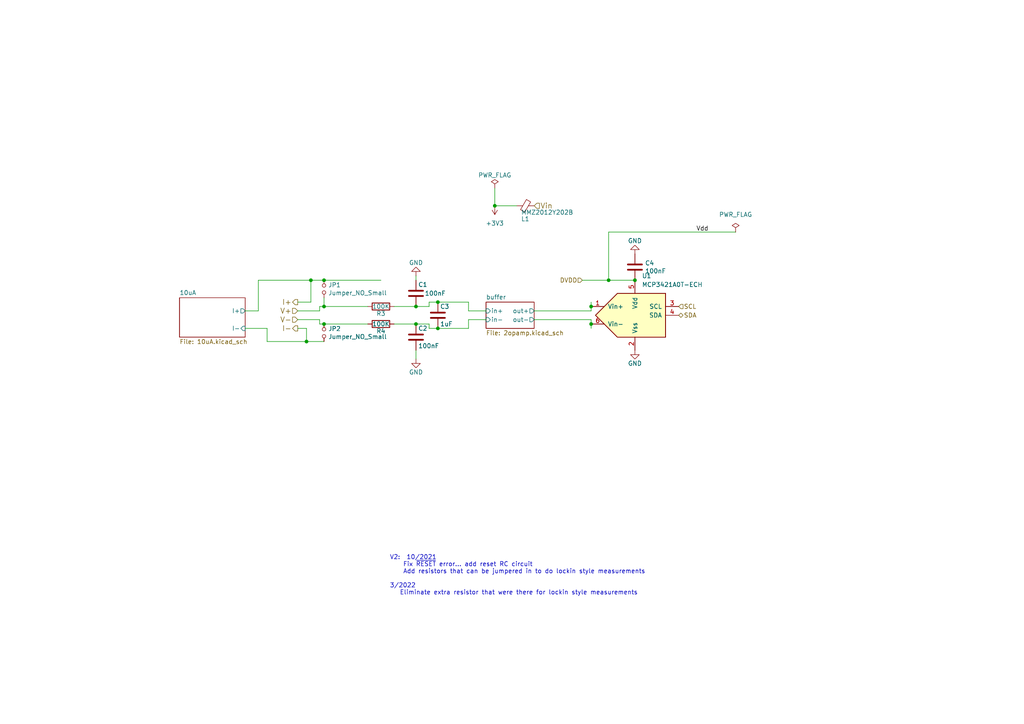
<source format=kicad_sch>
(kicad_sch (version 20211123) (generator eeschema)
  (paper "A4")
  (lib_symbols
    (symbol "0JLC-6:100nF" (pin_numbers hide) (pin_names (offset 0.254))
      (property "Reference" "C" (at 0.635 2.54 0))
      (property "Value" "100nF" (at 0.635 -2.54 0))
      (symbol "100nF_0_1"
        (polyline (pts (xy -2.032 -0.762) (xy 2.032 -0.762)) (stroke (width 0.508)))
        (polyline (pts (xy -2.032 0.762) (xy 2.032 0.762)) (stroke (width 0.508)))
      )
      (symbol "100nF_1_1"
        (pin passive line (at 0 3.81 270) (length 2.794) (name "~") (number "1"))
        (pin passive line (at 0 -3.81 90) (length 2.794) (name "~") (number "2"))
      )
    )
    (symbol "Analog_ADC:MCP3421A0T-ECH" (pin_names (offset 1.016))
      (property "Reference" "U" (at -10.16 7.62 0))
      (property "Value" "MCP3421A0T-ECH" (at 2.54 7.62 0))
      (symbol "MCP3421A0T-ECH_0_1"
        (polyline (pts (xy -5.08 6.35) (xy 8.89 6.35) (xy 8.89 0) (xy 8.89 -6.35) (xy -5.08 -6.35) (xy -11.43 0) (xy -5.08 6.35)) (stroke (width 0.254)) (fill (type background)))
      )
      (symbol "MCP3421A0T-ECH_1_1"
        (pin passive line (at -12.7 2.54 0) (length 3.81) (name "Vin+") (number "1"))
        (pin power_in line (at 0 -10.16 90) (length 3.81) (name "Vss") (number "2"))
        (pin input line (at 12.7 2.54 180) (length 3.81) (name "SCL") (number "3"))
        (pin bidirectional line (at 12.7 0 180) (length 3.81) (name "SDA") (number "4"))
        (pin power_in line (at 0 10.16 270) (length 3.81) (name "Vdd") (number "5"))
        (pin passive line (at -12.7 -2.54 0) (length 3.81) (name "Vin-") (number "6"))
      )
    )
    (symbol "Device:C" (pin_numbers hide) (pin_names (offset 0.254))
      (property "Reference" "C" (at 0.635 2.54 0))
      (property "Value" "C" (at 0.635 -2.54 0))
      (symbol "C_0_1"
        (polyline (pts (xy -2.032 -0.762) (xy 2.032 -0.762)) (stroke (width 0.508)))
        (polyline (pts (xy -2.032 0.762) (xy 2.032 0.762)) (stroke (width 0.508)))
      )
      (symbol "C_1_1"
        (pin passive line (at 0 3.81 270) (length 2.794) (name "~") (number "1"))
        (pin passive line (at 0 -3.81 90) (length 2.794) (name "~") (number "2"))
      )
    )
    (symbol "Device:R" (pin_numbers hide) (pin_names (offset 0))
      (property "Reference" "R" (at 2.032 0 90))
      (property "Value" "R" (at 0 0 90))
      (symbol "R_0_1"
        (rectangle (start -1.016 -2.54) (end 1.016 2.54) (stroke (width 0.254)))
      )
      (symbol "R_1_1"
        (pin passive line (at 0 3.81 270) (length 1.27) (name "~") (number "1"))
        (pin passive line (at 0 -3.81 90) (length 1.27) (name "~") (number "2"))
      )
    )
    (symbol "power:+3.3V" (power) (pin_names (offset 0))
      (property "Value" "+3.3V" (at 0 3.556 0))
      (symbol "+3.3V_0_1"
        (polyline (pts (xy -0.762 1.27) (xy 0 2.54)))
        (polyline (pts (xy 0 0) (xy 0 2.54)))
        (polyline (pts (xy 0 2.54) (xy 0.762 1.27)))
      )
      (symbol "+3.3V_1_1"
        (pin power_in line (at 0 0 90) (length 0) hide (name "+3V3") (number "1"))
      )
    )
    (symbol "power:GND" (power) (pin_names (offset 0))
      (property "Value" "GND" (at 0 -3.81 0))
      (symbol "GND_0_1"
        (polyline (pts (xy 0 0) (xy 0 -1.27) (xy 1.27 -1.27) (xy 0 -2.54) (xy -1.27 -1.27) (xy 0 -1.27)))
      )
      (symbol "GND_1_1"
        (pin power_in line (at 0 0 270) (length 0) hide (name "GND") (number "1"))
      )
    )
    (symbol "power:PWR_FLAG" (power) (pin_numbers hide) (pin_names (offset 0) hide)
      (property "Value" "PWR_FLAG" (at 0 3.81 0))
      (symbol "PWR_FLAG_0_0"
        (pin power_out line (at 0 0 90) (length 0) (name "pwr") (number "1"))
      )
      (symbol "PWR_FLAG_0_1"
        (polyline (pts (xy 0 0) (xy 0 1.27) (xy -1.016 1.905) (xy 0 2.54) (xy 1.016 1.905) (xy 0 1.27)))
      )
    )
    (symbol "two-wire-single-rescue:Ferrite_Bead_Small-Device" (pin_numbers hide) (pin_names (offset 0))
      (property "Reference" "FB" (at 1.905 1.27 0))
      (property "Value" "Ferrite_Bead_Small-Device" (at 1.905 -1.27 0))
      (symbol "Ferrite_Bead_Small-Device_0_1"
        (polyline (pts (xy 0 -1.27) (xy 0 -0.7874)))
        (polyline (pts (xy 0 0.889) (xy 0 1.2954)))
        (polyline (pts (xy -1.8288 0.2794) (xy -1.1176 1.4986) (xy 1.8288 -0.2032) (xy 1.1176 -1.4224) (xy -1.8288 0.2794)))
      )
      (symbol "Ferrite_Bead_Small-Device_1_1"
        (pin passive line (at 0 2.54 270) (length 1.27) (name "~") (number "1"))
        (pin passive line (at 0 -2.54 90) (length 1.27) (name "~") (number "2"))
      )
    )
    (symbol "two-wire-single-rescue:Jumper_NO_Small-Device" (pin_numbers hide) (pin_names (offset 0.762) hide)
      (property "Reference" "JP" (at 0 2.032 0))
      (property "Value" "Jumper_NO_Small-Device" (at 0.254 -1.524 0))
      (symbol "Jumper_NO_Small-Device_0_1"
        (circle (center -1.016 0) (radius 0.508))
        (circle (center 1.016 0) (radius 0.508))
        (pin passive line (at -2.54 0 0) (length 1.016) (name "1") (number "1"))
        (pin passive line (at 2.54 0 180) (length 1.016) (name "2") (number "2"))
      )
    )
  )
  (junction (at 184.15 81.28))
  (junction (at 171.45 93.98))
  (junction (at 93.98 81.28))
  (junction (at 93.98 93.98))
  (junction (at 176.53 81.28))
  (junction (at 90.17 81.28))
  (junction (at 127 95.25))
  (junction (at 120.65 93.98))
  (junction (at 127 87.63))
  (junction (at 120.65 88.9))
  (junction (at 88.9 99.06))
  (junction (at 171.45 88.9))
  (junction (at 93.98 88.9))
  (junction (at 143.51 59.69))
  (wire (pts (xy 171.45 90.17) (xy 171.45 88.9)))
  (wire (pts (xy 171.45 88.9) (xy 171.45 87.63)))
  (wire (pts (xy 135.89 92.71) (xy 140.97 92.71)))
  (wire (pts (xy 77.47 95.25) (xy 77.47 99.06)))
  (wire (pts (xy 127 95.25) (xy 135.89 95.25)))
  (wire (pts (xy 120.65 101.6) (xy 120.65 104.14)))
  (wire (pts (xy 171.45 95.25) (xy 171.45 93.98)))
  (wire (pts (xy 124.46 95.25) (xy 127 95.25)))
  (wire (pts (xy 135.89 90.17) (xy 140.97 90.17)))
  (wire (pts (xy 90.17 87.63) (xy 90.17 81.28)))
  (wire (pts (xy 120.65 81.28) (xy 120.65 80.01)))
  (wire (pts (xy 74.93 90.17) (xy 74.93 81.28)))
  (wire (pts (xy 86.36 87.63) (xy 90.17 87.63)))
  (wire (pts (xy 120.65 88.9) (xy 124.46 88.9)))
  (wire (pts (xy 92.71 92.71) (xy 86.36 92.71)))
  (wire (pts (xy 77.47 99.06) (xy 88.9 99.06)))
  (wire (pts (xy 92.71 90.17) (xy 86.36 90.17)))
  (wire (pts (xy 124.46 93.98) (xy 124.46 95.25)))
  (wire (pts (xy 171.45 93.98) (xy 171.45 92.71)))
  (wire (pts (xy 176.53 67.31) (xy 176.53 81.28)))
  (wire (pts (xy 106.68 93.98) (xy 93.98 93.98)))
  (wire (pts (xy 213.36 67.31) (xy 176.53 67.31)))
  (wire (pts (xy 135.89 87.63) (xy 135.89 90.17)))
  (wire (pts (xy 74.93 81.28) (xy 90.17 81.28)))
  (wire (pts (xy 71.12 95.25) (xy 77.47 95.25)))
  (wire (pts (xy 120.65 93.98) (xy 124.46 93.98)))
  (wire (pts (xy 114.3 88.9) (xy 120.65 88.9)))
  (wire (pts (xy 93.98 88.9) (xy 92.71 88.9)))
  (wire (pts (xy 154.94 92.71) (xy 171.45 92.71)))
  (wire (pts (xy 90.17 81.28) (xy 93.98 81.28)))
  (wire (pts (xy 127 87.63) (xy 135.89 87.63)))
  (wire (pts (xy 114.3 93.98) (xy 120.65 93.98)))
  (wire (pts (xy 93.98 81.28) (xy 110.49 81.28)))
  (wire (pts (xy 86.36 95.25) (xy 88.9 95.25)))
  (wire (pts (xy 92.71 88.9) (xy 92.71 90.17)))
  (wire (pts (xy 135.89 95.25) (xy 135.89 92.71)))
  (wire (pts (xy 88.9 99.06) (xy 93.98 99.06)))
  (wire (pts (xy 176.53 81.28) (xy 184.15 81.28)))
  (wire (pts (xy 106.68 88.9) (xy 93.98 88.9)))
  (wire (pts (xy 124.46 87.63) (xy 127 87.63)))
  (wire (pts (xy 93.98 86.36) (xy 93.98 88.9)))
  (wire (pts (xy 143.51 59.69) (xy 149.86 59.69)))
  (wire (pts (xy 143.51 54.61) (xy 143.51 59.69)))
  (wire (pts (xy 93.98 93.98) (xy 92.71 93.98)))
  (wire (pts (xy 71.12 90.17) (xy 74.93 90.17)))
  (wire (pts (xy 168.91 81.28) (xy 176.53 81.28)))
  (wire (pts (xy 92.71 93.98) (xy 92.71 92.71)))
  (wire (pts (xy 88.9 95.25) (xy 88.9 99.06)))
  (wire (pts (xy 124.46 88.9) (xy 124.46 87.63)))
  (wire (pts (xy 154.94 90.17) (xy 171.45 90.17)))
  (text "V2:  10/2021\n    Fix ~{RESET} error… add reset RC circuit\n    Add resistors that can be jumpered in to do lockin style measurements\n\n3/2022\n   Eliminate extra resistor that were there for lockin style measurements\n" (at 113.03 172.72 0) (effects (font (size 1.27 1.27)) (justify left bottom)))
  (label "Vdd" (at 201.93 67.31 0))
  (hierarchical_label "V+" (shape input) (at 86.36 90.17 180) (effects (font (size 1.524 1.524))))
  (hierarchical_label "SDA" (shape bidirectional) (at 196.85 91.44 0))
  (hierarchical_label "Vin" (shape input) (at 154.94 59.69 0) (effects (font (size 1.524 1.524))))
  (hierarchical_label "SCL" (shape input) (at 196.85 88.9 0))
  (hierarchical_label "I+" (shape output) (at 86.36 87.63 180) (effects (font (size 1.524 1.524))))
  (hierarchical_label "I-" (shape output) (at 86.36 95.25 180) (effects (font (size 1.524 1.524))))
  (hierarchical_label "V-" (shape input) (at 86.36 92.71 180) (effects (font (size 1.524 1.524))))
  (hierarchical_label "DVDD" (shape input) (at 168.91 81.28 180))
  (symbol (lib_id "Device:R") (at 110.49 88.9 270) (unit 1)
    (property "Reference" "R3" (at 110.49 90.932 90))
    (property "Value" "100K" (at 110.49 88.9 90))
    (property "Footprint" "Resistor_SMD:R_0402_1005Metric" (effects hide))
    (property "MFR" "Yageo" (effects hide))
    (property "MPN" "0402WGF1003TCE" (effects hide))
    (property "SPURL" "-" (effects hide))
    (property "LCSC" "C25741" (effects hide))
  )
  (symbol (lib_id "Device:R") (at 110.49 93.98 270) (unit 1)
    (property "Reference" "R4" (at 110.49 96.012 90))
    (property "Value" "100K" (at 110.49 93.98 90))
    (property "Footprint" "Resistor_SMD:R_0402_1005Metric" (effects hide))
    (property "MFR" "Yageo" (effects hide))
    (property "MPN" "0402WGF1003TCE" (effects hide))
    (property "SPURL" "-" (effects hide))
    (property "LCSC" "C25741" (effects hide))
  )
  (symbol (lib_id "two-wire-single-rescue:Ferrite_Bead_Small-Device") (at 152.4 59.69 270) (unit 1)
    (property "Reference" "L1" (at 151.13 63.5 90) (effects (justify left)))
    (property "Value" "MMZ2012Y202B " (at 151.13 61.595 90) (effects (justify left)))
    (property "Footprint" "Inductor_SMD:L_0805_2012Metric_Pad1.15x1.40mm_HandSolder" (effects hide))
    (property "MFR" "TDK" (effects hide))
    (property "MPN" "MMZ2012Y202B" (effects hide))
    (property "ORIG" "MMZ2012Y152B, C21517" (effects hide))
    (property "LCSC" "C76811" (effects hide))
  )
  (symbol (lib_id "power:PWR_FLAG") (at 143.51 54.61 0) (unit 1)
    (property "Reference" "#FLG02" (effects hide))
    (property "Value" "PWR_FLAG" (at 143.51 50.8 0))
  )
  (symbol (lib_id "0JLC-6:100nF") (at 184.15 77.47 180) (unit 1)
    (property "Reference" "C4" (at 187.071 76.3016 0) (effects (justify right)))
    (property "Value" "100nF" (at 187.071 78.613 0) (effects (justify right)))
    (property "Footprint" "Capacitor_SMD:C_0402_1005Metric" (effects hide))
    (property "LCSC" "C1525" (effects hide))
    (property "MPN" "CL05B104KO5NNNC" (effects hide))
  )
  (symbol (lib_id "Device:C") (at 120.65 97.79 0) (unit 1)
    (property "Reference" "C2" (at 121.285 95.25 0) (effects (justify left)))
    (property "Value" "100nF" (at 121.285 100.33 0) (effects (justify left)))
    (property "Footprint" "Capacitor_SMD:C_0402_1005Metric" (effects hide))
    (property "Datasheet" "CC0603KRX7R9BB104" (effects hide))
    (property "MPN" "CL05B104KO5NNNC" (effects hide))
    (property "SPURL" "-" (effects hide))
    (property "MFR" "Samsung" (effects hide))
    (property "LCSC" "C1525" (effects hide))
  )
  (symbol (lib_id "Device:C") (at 120.65 85.09 0) (unit 1)
    (property "Reference" "C1" (at 121.285 82.55 0) (effects (justify left)))
    (property "Value" "100nF" (at 123.19 85.09 0) (effects (justify left)))
    (property "Footprint" "Capacitor_SMD:C_0402_1005Metric" (effects hide))
    (property "Datasheet" "CC0603KRX7R9BB104" (effects hide))
    (property "Part" "GRM31C5C1E104JA01L " (effects hide))
    (property "Digikey" "490-1767-1-ND " (effects hide))
    (property "MPN" "CL05B104KO5NNNC" (effects hide))
    (property "SPURL" "-" (effects hide))
    (property "MFR" "Samsung" (effects hide))
    (property "LCSC" "C1525" (effects hide))
  )
  (symbol (lib_id "Device:C") (at 127 91.44 0) (unit 1)
    (property "Reference" "C3" (at 127.635 88.9 0) (effects (justify left)))
    (property "Value" "1uF" (at 127.635 93.98 0) (effects (justify left)))
    (property "Footprint" "Capacitor_SMD:C_0402_1005Metric" (effects hide))
    (property "MPN" "GCM155C71A105KE38D" (effects hide))
    (property "Manufacturer" "Yageo" (effects hide))
    (property "MFR" "Samsung" (effects hide))
    (property "SPURL" "-" (effects hide))
    (property "LCSC" "C126521" (effects hide))
  )
  (symbol (lib_id "power:GND") (at 120.65 104.14 0) (unit 1)
    (property "Reference" "#PWR05" (effects hide))
    (property "Value" "GND" (at 120.65 107.95 0))
  )
  (symbol (lib_id "power:GND") (at 120.65 80.01 180) (unit 1)
    (property "Reference" "#PWR04" (effects hide))
    (property "Value" "GND" (at 120.65 76.2 0))
  )
  (symbol (lib_id "power:GND") (at 184.15 73.66 180) (unit 1)
    (property "Reference" "#PWR07" (effects hide))
    (property "Value" "GND" (at 184.15 69.85 0))
  )
  (symbol (lib_id "power:GND") (at 184.15 101.6 0) (unit 1)
    (property "Reference" "#PWR08" (effects hide))
    (property "Value" "GND" (at 184.15 105.41 0))
  )
  (symbol (lib_id "two-wire-single-rescue:Jumper_NO_Small-Device") (at 93.98 83.82 270) (unit 1)
    (property "Reference" "JP1" (at 95.1992 82.6516 90) (effects (justify left)))
    (property "Value" "Jumper_NO_Small" (at 95.1992 84.963 90) (effects (justify left)))
    (property "Footprint" "Jumper:SolderJumper-2_P1.3mm_Open_RoundedPad1.0x1.5mm" (effects hide))
  )
  (symbol (lib_id "two-wire-single-rescue:Jumper_NO_Small-Device") (at 93.98 96.52 270) (unit 1)
    (property "Reference" "JP2" (at 95.1992 95.3516 90) (effects (justify left)))
    (property "Value" "Jumper_NO_Small" (at 95.1992 97.663 90) (effects (justify left)))
    (property "Footprint" "Jumper:SolderJumper-2_P1.3mm_Open_RoundedPad1.0x1.5mm" (effects hide))
  )
  (symbol (lib_id "power:PWR_FLAG") (at 213.36 67.31 0) (unit 1)
    (property "Reference" "#FLG03" (effects hide))
    (property "Value" "PWR_FLAG" (at 213.36 62.23 0))
  )
  (symbol (lib_id "power:+3.3V") (at 143.51 59.69 180) (unit 1)
    (property "Reference" "#PWR06" (effects hide))
    (property "Value" "+3.3V" (at 143.51 64.77 0))
  )
  (symbol (lib_id "Analog_ADC:MCP3421A0T-ECH") (at 184.15 91.44 0) (unit 1)
    (property "Reference" "U1" (at 186.1694 80.01 0) (effects (justify left)))
    (property "Value" "MCP3421A0T-ECH" (at 186.1694 82.55 0) (effects (justify left)))
    (property "Footprint" "Package_TO_SOT_SMD:SOT-23-6_Handsoldering" (effects hide))
    (property "Datasheet" "http://ww1.microchip.com/downloads/en/DeviceDoc/22003e.pdf" (effects hide))
  )
  (sheet (at 140.97 87.63) (size 13.97 7.62) (stroke (width 0.1524))
    (property "Sheet name" "buffer" (at 140.97 86.9184 0) (effects (justify left bottom)))
    (property "Sheet file" "2opamp.kicad_sch" (at 140.97 95.8346 0) (effects (justify left top)))
    (pin "in+" input (at 140.97 90.17 180))
    (pin "in-" input (at 140.97 92.71 180))
    (pin "out+" output (at 154.94 90.17 0))
    (pin "out-" output (at 154.94 92.71 0))
  )
  (sheet (at 52.07 86.36) (size 19.05 11.43) (stroke (width 0.1524))
    (property "Sheet name" "10uA" (at 52.07 85.6484 0) (effects (justify left bottom)))
    (property "Sheet file" "10uA.kicad_sch" (at 52.07 98.3746 0) (effects (justify left top)))
    (pin "I-" input (at 71.12 95.25 0))
    (pin "I+" output (at 71.12 90.17 0))
  )
)
</source>
